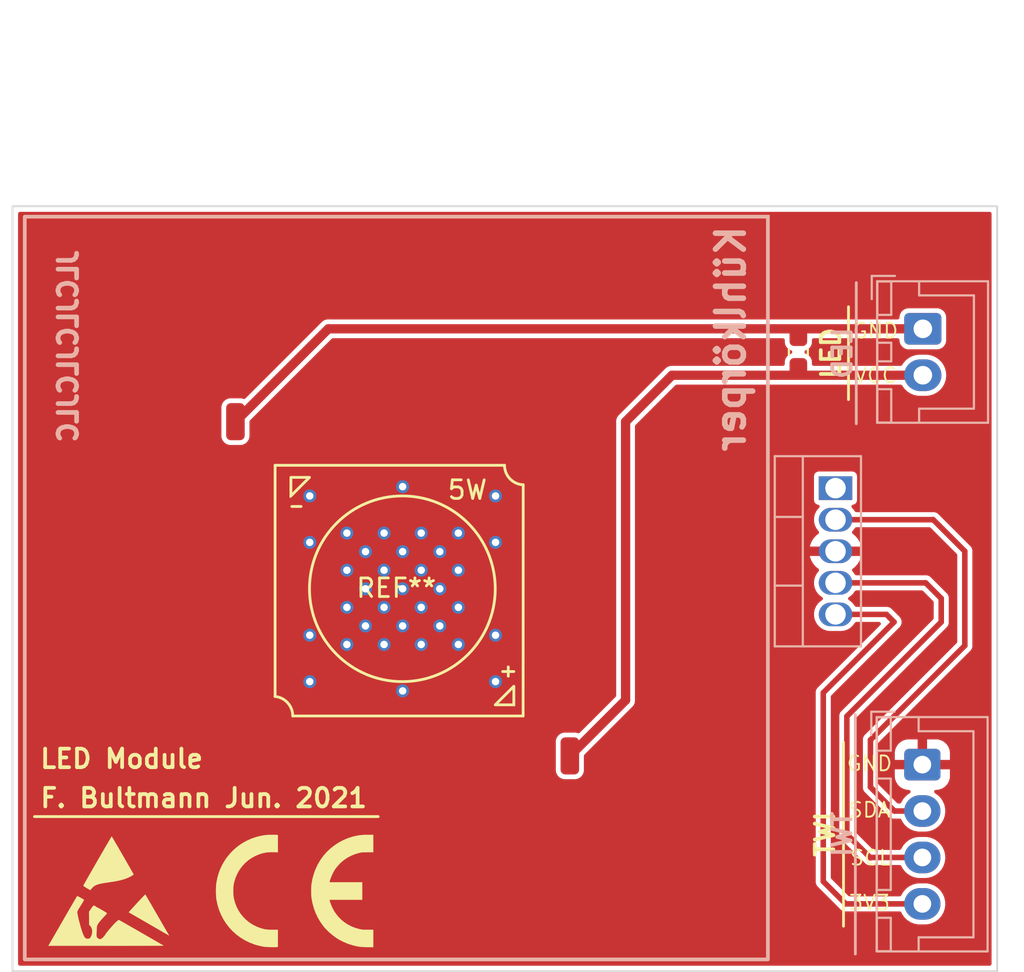
<source format=kicad_pcb>
(kicad_pcb (version 20210606) (generator pcbnew)
  (layers (0 "F.Cu" signal) (31 "B.Cu" signal) (34 "B.Paste" user) (35 "F.Paste" user) (36 "B.SilkS" user "B.Silkscreen") (37 "F.SilkS" user "F.Silkscreen") (38 "B.Mask" user) (39 "F.Mask" user) (44 "Edge.Cuts" user))
  (net 0 "")
  (net 1 "Net-(D1-Pad2)")
  (net 2 "Net-(D1-Pad1)")
  (net 3 "GND")
  (net 4 "Net-(J2-Pad2)")
  (net 5 "Net-(J2-Pad3)")
  (net 6 "3V3_MOD")
  (footprint "Capacitor_SMD:C_0603_1608Metric_Pad1.08x0.95mm_HandSolder" (layer "F.Cu") (at 166.3 83.25 90)
    (fp_text reference "REF**")
    (fp_text value "C_0603_1608Metric_Pad1.08x0.95mm_HandSolder")
    (fp_line (start -0.146267 -0.51) (end 0.146267 -0.51) (layer "F.SilkS") (width 0.12))
    (fp_line (start -0.146267 0.51) (end 0.146267 0.51) (layer "F.SilkS") (width 0.12))
    (pad "1" smd roundrect locked (at -0.8625 0 90) (size 1.075 0.95) (layers "F.Cu" "F.Paste" "F.Mask") (net 2 "Net-(D1-Pad1)"))
    (pad "2" smd roundrect locked (at 0.8625 0 90) (size 1.075 0.95) (layers "F.Cu" "F.Paste" "F.Mask") (net 1 "Net-(D1-Pad2)"))
  )
  (footprint "Connector_Wire:SolderWirePad_1x01_SMD_1x2mm" (layer "F.Cu") (at 154 105)
    (fp_text reference "REF**")
    (fp_text value "SolderWirePad_1x01_SMD_1x2mm")
    (pad "1" smd roundrect locked (at 0 0) (size 1 2) (layers "F.Cu" "F.Paste" "F.Mask") (net 2 "Net-(D1-Pad1)"))
  )
  (footprint "Symbol:CE-Logo_8.5x6mm_SilkScreen" (layer "F.Cu") (at 139.18419 112.268)
    (fp_text reference "REF**" hide)
    (fp_text value "CE-Logo_8.5x6mm_SilkScreen" hide)
    (fp_poly (pts (xy -1.060813 -3.015685) (xy -0.99633 -3.014025) (xy -0.949697 -3.011055) (xy -0.929349 -3.007912) (xy -0.899583 -2.999935) (xy -0.899583 -2.07947) (xy -1.109119 -2.086741) (xy -1.318953 -2.086477) (xy -1.513141 -2.069618) (xy -1.69758 -2.034925) (xy -1.878168 -1.981161) (xy -2.060803 -1.907089) (xy -2.136511 -1.871121) (xy -2.317062 -1.772023) (xy -2.479702 -1.660674) (xy -2.632099 -1.531592) (xy -2.691378 -1.474295) (xy -2.848015 -1.299139) (xy -2.983527 -1.10848) (xy -3.097234 -0.903606) (xy -3.188456 -0.685807) (xy -3.256515 -0.456371) (xy -3.276674 -0.363803) (xy -3.288823 -0.279756) (xy -3.296934 -0.176766) (xy -3.301015 -0.062035) (xy -3.301074 0.057234) (xy -3.297116 0.173837) (xy -3.289149 0.280571) (xy -3.277181 0.370233) (xy -3.275943 0.377031) (xy -3.220089 0.605759) (xy -3.140701 0.823965) (xy -3.039069 1.030177) (xy -2.916478 1.222928) (xy -2.774219 1.400748) (xy -2.613579 1.562168) (xy -2.435845 1.705719) (xy -2.242307 1.829931) (xy -2.034252 1.933336) (xy -1.850763 2.002535) (xy -1.747623 2.034118) (xy -1.652893 2.058129) (xy -1.56013 2.075463) (xy -1.462894 2.087016) (xy -1.354742 2.09368) (xy -1.229233 2.096352) (xy -1.174089 2.096504) (xy -0.899583 2.096186) (xy -0.899583 3.013164) (xy -0.929349 3.021141) (xy -0.954749 3.024138) (xy -1.001744 3.026203) (xy -1.06549 3.027382) (xy -1.141142 3.027723) (xy -1.223854 3.027274) (xy -1.308783 3.026083) (xy -1.391083 3.024197) (xy -1.465909 3.021663) (xy -1.528417 3.018531) (xy -1.573762 3.014847) (xy -1.574271 3.014789) (xy -1.687271 2.998341) (xy -1.814872 2.973706) (xy -1.947338 2.943083) (xy -2.074934 2.908667) (xy -2.156016 2.883536) (xy -2.420553 2.782498) (xy -2.671277 2.659513) (xy -2.907195 2.515777) (xy -3.12732 2.352487) (xy -3.33066 2.170838) (xy -3.516227 1.972026) (xy -3.68303 1.757247) (xy -3.830079 1.527698) (xy -3.956385 1.284573) (xy -4.060958 1.02907) (xy -4.142808 0.762383) (xy -4.200945 0.485709) (xy -4.214162 0.396875) (xy -4.222618 0.312107) (xy -4.228437 0.208118) (xy -4.231618 0.092009) (xy -4.232161 -0.029113) (xy -4.230066 -0.148146) (xy -4.225334 -0.257986) (xy -4.217963 -0.351528) (xy -4.214162 -0.383646) (xy -4.163241 -0.666294) (xy -4.087795 -0.939386) (xy -3.988081 -1.202286) (xy -3.864354 -1.454363) (xy -3.716872 -1.694983) (xy -3.638048 -1.805782) (xy -3.45977 -2.023277) (xy -3.263767 -2.221656) (xy -3.051402 -2.400118) (xy -2.824041 -2.557867) (xy -2.583047 -2.694103) (xy -2.329787 -2.808029) (xy -2.065623 -2.898847) (xy -1.791921 -2.965759) (xy -1.60112 -2.997187) (xy -1.548646 -3.00251) (xy -1.479782 -3.00707) (xy -1.399419 -3.010788) (xy -1.31245 -3.013587) (xy -1.223764 -3.015388) (xy -1.138255 -3.016113) (xy -1.060813 -3.015685)) (layer "F.SilkS") (width 0.01) (fill solid))
    (fp_poly (pts (xy 4.233335 -2.083594) (xy 3.938985 -2.083305) (xy 3.83701 -2.08288) (xy 3.756355 -2.081592) (xy 3.691888 -2.079086) (xy 3.638476 -2.075004) (xy 3.590988 -2.068992) (xy 3.544289 -2.060692) (xy 3.510389 -2.053564) (xy 3.280549 -1.990246) (xy 3.061232 -1.903988) (xy 2.854201 -1.795991) (xy 2.66122 -1.667456) (xy 2.484049 -1.519582) (xy 2.324453 -1.35357) (xy 2.184193 -1.170621) (xy 2.159554 -1.133551) (xy 2.107756 -1.046598) (xy 2.054855 -0.94518) (xy 2.003836 -0.836134) (xy 1.957682 -0.726298) (xy 1.919375 -0.622512) (xy 1.891898 -0.531612) (xy 1.885804 -0.506016) (xy 1.876439 -0.463021) (xy 3.638021 -0.463021) (xy 3.638021 0.47625) (xy 1.876439 0.47625) (xy 1.885804 0.519244) (xy 1.910864 0.610611) (xy 1.948352 0.716469) (xy 1.995185 0.829878) (xy 2.048282 0.943892) (xy 2.10456 1.051569) (xy 2.160936 1.145967) (xy 2.170392 1.160319) (xy 2.314134 1.351791) (xy 2.475333 1.52363) (xy 2.65299 1.675163) (xy 2.846109 1.805719) (xy 3.053691 1.914624) (xy 3.274738 2.001206) (xy 3.508255 2.064794) (xy 3.513956 2.066021) (xy 3.566538 2.076622) (xy 3.614958 2.084513) (xy 3.664609 2.090078) (xy 3.720881 2.093702) (xy 3.789168 2.095769) (xy 3.874859 2.096664) (xy 3.945599 2.096799) (xy 4.233333 2.096776) (xy 4.233333 3.029479) (xy 3.945599 3.027762) (xy 3.853624 3.026709) (xy 3.763891 3.024766) (xy 3.682158 3.022126) (xy 3.614179 3.018981) (xy 3.565711 3.015526) (xy 3.558646 3.014789) (xy 3.333237 2.978594) (xy 3.101386 2.921376) (xy 2.869425 2.845284) (xy 2.643685 2.752465) (xy 2.430499 2.645068) (xy 2.374697 2.613135) (xy 2.211156 2.507667) (xy 2.045214 2.383545) (xy 1.883427 2.246431) (xy 1.73235 2.101982) (xy 1.59854 1.955859) (xy 1.561993 1.911607) (xy 1.400673 1.690012) (xy 1.259348 1.452378) (xy 1.139025 1.201089) (xy 1.040711 0.938532) (xy 0.965412 0.667092) (xy 0.914135 0.389155) (xy 0.91159 0.370416) (xy 0.904641 0.298751) (xy 0.899708 0.208046) (xy 0.896792 0.104923) (xy 0.895895 -0.003991) (xy 0.897019 -0.112075) (xy 0.900166 -0.212702) (xy 0.905338 -0.299248) (xy 0.911383 -0.357188) (xy 0.963339 -0.642106) (xy 1.038569 -0.917646) (xy 1.136391 -1.182191) (xy 1.256121 -1.434123) (xy 1.397076 -1.671823) (xy 1.558573 -1.893675) (xy 1.561993 -1.897921) (xy 1.74228 -2.100879) (xy 1.941422 -2.287344) (xy 2.156973 -2.455786) (xy 2.386485 -2.604675) (xy 2.627509 -2.732483) (xy 2.8776 -2.837678) (xy 3.134309 -2.918733) (xy 3.234619 -2.943231) (xy 3.35853 -2.969062) (xy 3.4737 -2.988408) (xy 3.58752 -3.002019) (xy 3.707385 -3.010644) (xy 3.840687 -3.015032) (xy 3.952213 -3.015992) (xy 4.233333 -3.01625) (xy 4.233335 -2.083594)) (layer "F.SilkS") (width 0.01) (fill solid))
  )
  (footprint "Fred:Kuehlkoerper" (layer "F.Cu") (at 144.66 95.96)
    (fp_text reference "REF**" (at 0 0 unlocked) (layer "F.SilkS"))
    (fp_text value "Kuehlkoerper")
    (fp_text user "Kühlkörper" (at 18 -13.430999 90) (layer "B.SilkS") (effects (font (size 1.5 1.5) (thickness 0.3)) (justify mirror)))
    (fp_rect (start 20 -20) (end -20 20) (layer "B.SilkS") (width 0.2) (fill none))
  )
  (footprint "Symbol:ESD-Logo_6.6x6mm_SilkScreen" (layer "F.Cu") (at 129.18419 112.268)
    (fp_text reference "REF**" hide)
    (fp_text value "ESD-Logo_6.6x6mm_SilkScreen" hide)
    (fp_poly (pts (xy -1.677906 0.291158) (xy -1.645381 0.303736) (xy -1.595807 0.328712) (xy -1.524626 0.367876) (xy -1.519084 0.370988) (xy -1.453526 0.408476) (xy -1.398202 0.441319) (xy -1.358545 0.466205) (xy -1.339988 0.47982) (xy -1.339469 0.480487) (xy -1.343952 0.49939) (xy -1.364514 0.541605) (xy -1.399817 0.604832) (xy -1.44852 0.686772) (xy -1.509282 0.785122) (xy -1.580764 0.897585) (xy -1.598555 0.925165) (xy -1.644907 1.001699) (xy -1.678658 1.067556) (xy -1.696847 1.116782) (xy -1.698714 1.126507) (xy -1.697885 1.169312) (xy -1.688606 1.237209) (xy -1.672032 1.325843) (xy -1.64932 1.430859) (xy -1.621627 1.547902) (xy -1.59011 1.672616) (xy -1.555925 1.800645) (xy -1.520229 1.927634) (xy -1.484179 2.049228) (xy -1.448932 2.161072) (xy -1.415644 2.25881) (xy -1.385472 2.338087) (xy -1.364439 2.385122) (xy -1.339663 2.435225) (xy -1.31627 2.483168) (xy -1.315003 2.485793) (xy -1.276301 2.53422) (xy -1.219816 2.566828) (xy -1.154061 2.582454) (xy -1.087549 2.579937) (xy -1.028795 2.558114) (xy -0.995742 2.529382) (xy -0.948141 2.450583) (xy -0.913261 2.352378) (xy -0.894123 2.244779) (xy -0.891412 2.18378) (xy -0.90233 2.069935) (xy -0.934376 1.97566) (xy -0.989274 1.896379) (xy -1.006393 1.878733) (xy -1.057339 1.829235) (xy -1.060837 1.479362) (xy -1.064336 1.129489) (xy -0.975182 0.994531) (xy -0.933346 0.933445) (xy -0.893055 0.878493) (xy -0.860057 0.837336) (xy -0.845874 0.822192) (xy -0.805719 0.78481) (xy -0.751335 0.814098) (xy -0.716961 0.835084) (xy -0.698154 0.851378) (xy -0.696951 0.854307) (xy -0.684097 0.866728) (xy -0.662104 0.875977) (xy -0.64085 0.884313) (xy -0.608306 0.900149) (xy -0.561678 0.925033) (xy -0.498171 0.960509) (xy -0.414992 1.008123) (xy -0.309347 1.069422) (xy -0.251938 1.102932) (xy -0.184406 1.143071) (xy -0.140115 1.171659) (xy -0.115145 1.192039) (xy -0.105577 1.207553) (xy -0.107492 1.221546) (xy -0.109089 1.224796) (xy -0.124624 1.245266) (xy -0.157864 1.283665) (xy -0.204938 1.335696) (xy -0.261972 1.397066) (xy -0.3113 1.44909) (xy -0.42497 1.572567) (xy -0.513895 1.679591) (xy -0.578866 1.77124) (xy -0.620679 1.848588) (xy -0.634783 1.887866) (xy -0.640608 1.922249) (xy -0.646625 1.980899) (xy -0.652304 2.057117) (xy -0.657116 2.144202) (xy -0.659381 2.199268) (xy -0.662541 2.294464) (xy -0.663931 2.364062) (xy -0.663142 2.413409) (xy -0.659765 2.447854) (xy -0.653392 2.472743) (xy -0.643613 2.493425) (xy -0.635933 2.506053) (xy -0.591579 2.554726) (xy -0.534426 2.588645) (xy -0.474292 2.603438) (xy -0.429227 2.598086) (xy -0.388424 2.57493) (xy -0.337276 2.533462) (xy -0.282958 2.480912) (xy -0.232643 2.424516) (xy -0.193506 2.371505) (xy -0.179095 2.345889) (xy -0.157509 2.310814) (xy -0.118247 2.257389) (xy -0.064898 2.189789) (xy -0.001048 2.11219) (xy 0.069715 2.028768) (xy 0.143804 1.943698) (xy 0.217632 1.861155) (xy 0.287611 1.785316) (xy 0.350155 1.720356) (xy 0.39926 1.672669) (xy 0.453779 1.625032) (xy 0.499642 1.589908) (xy 0.531811 1.570949) (xy 0.542489 1.568864) (xy 0.558853 1.577274) (xy 0.599671 1.599846) (xy 0.662586 1.635224) (xy 0.745244 1.682054) (xy 0.845289 1.738981) (xy 0.960366 1.804649) (xy 1.088119 1.877703) (xy 1.226194 1.956788) (xy 1.372234 2.040548) (xy 1.523884 2.127629) (xy 1.67879 2.216676) (xy 1.834595 2.306332) (xy 1.988944 2.395243) (xy 2.139482 2.482054) (xy 2.283854 2.565409) (xy 2.419704 2.643954) (xy 2.544677 2.716333) (xy 2.656417 2.78119) (xy 2.75257 2.837171) (xy 2.830779 2.88292) (xy 2.888689 2.917083) (xy 2.923946 2.938304) (xy 2.934165 2.944963) (xy 2.920402 2.94628) (xy 2.877104 2.947559) (xy 2.805714 2.948796) (xy 2.707673 2.949983) (xy 2.584422 2.951115) (xy 2.437403 2.952186) (xy 2.268057 2.953189) (xy 2.077826 2.954119) (xy 1.868151 2.954968) (xy 1.640473 2.955732) (xy 1.396235 2.956403) (xy 1.136877 2.956976) (xy 0.863841 2.957444) (xy 0.578568 2.957802) (xy 0.2825 2.958042) (xy -0.022921 2.958159) (xy -0.151076 2.958171) (xy -3.25103 2.958171) (xy -3.029947 2.574847) (xy -2.983144 2.49368) (xy -2.922898 2.389166) (xy -2.851222 2.264801) (xy -2.770131 2.124082) (xy -2.681638 1.970503) (xy -2.58776 1.807562) (xy -2.490509 1.638754) (xy -2.3919 1.467575) (xy -2.293947 1.297521) (xy -2.269175 1.254512) (xy -2.178848 1.097857) (xy -2.092711 0.948803) (xy -2.012058 0.809568) (xy -1.938184 0.682371) (xy -1.872383 0.569432) (xy -1.81595 0.472968) (xy -1.770179 0.3952) (xy -1.736365 0.338346) (xy -1.715802 0.304625) (xy -1.710047 0.29604) (xy -1.697942 0.289189) (xy -1.677906 0.291158)) (layer "F.SilkS") (width 0.01) (fill solid))
    (fp_poly (pts (xy 0.164043 -2.914165) (xy 0.187065 -2.876755) (xy 0.222534 -2.817486) (xy 0.268996 -2.738882) (xy 0.324996 -2.643462) (xy 0.389081 -2.53375) (xy 0.459796 -2.412266) (xy 0.535687 -2.281532) (xy 0.615299 -2.14407) (xy 0.697178 -2.002402) (xy 0.77987 -1.859049) (xy 0.861921 -1.716533) (xy 0.941876 -1.577376) (xy 1.018281 -1.444099) (xy 1.089682 -1.319224) (xy 1.154624 -1.205273) (xy 1.211653 -1.104767) (xy 1.259315 -1.020228) (xy 1.296155 -0.954178) (xy 1.32072 -0.909138) (xy 1.331554 -0.88763) (xy 1.331951 -0.886286) (xy 1.318501 -0.868035) (xy 1.281114 -0.840118) (xy 1.224235 -0.805275) (xy 1.152312 -0.766246) (xy 1.077015 -0.729157) (xy 0.97456 -0.684183) (xy 0.866817 -0.643774) (xy 0.750073 -0.607031) (xy 0.620618 -0.573058) (xy 0.47474 -0.540956) (xy 0.308726 -0.509827) (xy 0.118866 -0.478773) (xy -0.077531 -0.449855) (xy -0.248166 -0.4242) (xy -0.391455 -0.398802) (xy -0.510992 -0.372398) (xy -0.61037 -0.343727) (xy -0.693182 -0.311527) (xy -0.763022 -0.274535) (xy -0.823482 -0.231488) (xy -0.878155 -0.181125) (xy -0.895786 -0.162417) (xy -0.934 -0.118861) (xy -0.962268 -0.083318) (xy -0.975382 -0.062417) (xy -0.975732 -0.060703) (xy -0.98032 -0.050194) (xy -0.996242 -0.050076) (xy -1.026734 -0.061746) (xy -1.075032 -0.086604) (xy -1.144373 -0.126048) (xy -1.192561 -0.154413) (xy -1.264417 -0.198753) (xy -1.320258 -0.236721) (xy -1.356333 -0.265584) (xy -1.368887 -0.282612) (xy -1.368879 -0.282736) (xy -1.361094 -0.298963) (xy -1.339108 -0.3396) (xy -1.304197 -0.402433) (xy -1.257637 -0.485248) (xy -1.200705 -0.585828) (xy -1.134677 -0.70196) (xy -1.060828 -0.831429) (xy -0.980436 -0.97202) (xy -0.894776 -1.121518) (xy -0.805124 -1.277708) (xy -0.712757 -1.438376) (xy -0.618951 -1.601307) (xy -0.524982 -1.764287) (xy -0.432126 -1.9251) (xy -0.34166 -2.081532) (xy -0.254859 -2.231367) (xy -0.173 -2.372392) (xy -0.097359 -2.502391) (xy -0.029213 -2.619151) (xy 0.030163 -2.720455) (xy 0.079493 -2.804089) (xy 0.1175 -2.867838) (xy 0.142907 -2.909489) (xy 0.15444 -2.926825) (xy 0.154923 -2.927195) (xy 0.164043 -2.914165)) (layer "F.SilkS") (width 0.01) (fill solid))
    (fp_poly (pts (xy 1.987528 0.234619) (xy 1.998908 0.253693) (xy 2.024488 0.297421) (xy 2.063002 0.363619) (xy 2.113186 0.450102) (xy 2.173775 0.554685) (xy 2.243503 0.675183) (xy 2.321107 0.809412) (xy 2.40532 0.955187) (xy 2.494879 1.110323) (xy 2.586998 1.27) (xy 2.681076 1.433117) (xy 2.771402 1.589709) (xy 2.856665 1.737506) (xy 2.935557 1.87424) (xy 3.006769 1.997642) (xy 3.068991 2.105444) (xy 3.120913 2.195377) (xy 3.161228 2.265173) (xy 3.188624 2.312564) (xy 3.201507 2.334786) (xy 3.222507 2.37233) (xy 3.233925 2.395831) (xy 3.234551 2.39992) (xy 3.220636 2.392242) (xy 3.181941 2.370203) (xy 3.120487 2.334971) (xy 3.038298 2.287711) (xy 2.937396 2.229589) (xy 2.819805 2.161771) (xy 2.687546 2.085424) (xy 2.542642 2.001714) (xy 2.387117 1.911806) (xy 2.222992 1.816867) (xy 2.160549 1.780732) (xy 1.993487 1.684083) (xy 1.834074 1.591938) (xy 1.684355 1.505475) (xy 1.546376 1.425871) (xy 1.422185 1.354305) (xy 1.313827 1.291955) (xy 1.223348 1.239998) (xy 1.152796 1.199613) (xy 1.104215 1.171978) (xy 1.079654 1.158272) (xy 1.077085 1.156974) (xy 1.084569 1.14522) (xy 1.110614 1.113795) (xy 1.152559 1.065594) (xy 1.207746 1.00351) (xy 1.273517 0.930439) (xy 1.347212 0.849276) (xy 1.426173 0.762916) (xy 1.50774 0.674253) (xy 1.589254 0.586182) (xy 1.668057 0.501599) (xy 1.74149 0.423397) (xy 1.806893 0.354472) (xy 1.861608 0.297719) (xy 1.902977 0.256032) (xy 1.917164 0.242363) (xy 1.96418 0.198201) (xy 1.987528 0.234619)) (layer "F.SilkS") (width 0.01) (fill solid))
  )
  (footprint "Fred:COB-LED" (layer "F.Cu") (at 144.81 95.85)
    (fp_text reference "REF**")
    (fp_text value "COB-LED")
    (fp_text user "5W" (at 3.675 -5.172) (layer "F.SilkS"))
    (fp_line (start 6.679391 -5.450991) (end 6.675 7) (layer "F.SilkS") (width 0.15))
    (fp_line (start -5.725 7) (end 6.675 7) (layer "F.SilkS") (width 0.15))
    (fp_line (start -6.675 -6.5) (end 5.675 -6.5) (layer "F.SilkS") (width 0.15))
    (fp_line (start -6.675 5.95) (end -6.675 -6.5) (layer "F.SilkS") (width 0.15))
    (fp_line (start -5.775 -4.283) (end -5.275 -4.283) (layer "F.SilkS") (width 0.15))
    (fp_line (start 5.875 4.357) (end 5.875 4.857) (layer "F.SilkS") (width 0.15))
    (fp_line (start 5.575 4.607) (end 6.175 4.607) (layer "F.SilkS") (width 0.15))
    (fp_arc (start -6.780264 7) (end -5.725 7) (angle -84.27514405) (layer "F.SilkS") (width 0.15))
    (fp_arc (start 6.725 -6.5) (end 5.675 -6.5) (angle -87.51044708) (layer "F.SilkS") (width 0.15))
    (fp_circle (center 0.175 0.15) (end 4.175 -2.85) (layer "F.SilkS") (width 0.15) (fill none))
    (fp_poly (pts (xy -5.825 -4.85) (xy -5.825 -5.85) (xy -4.825 -5.85)) (layer "F.SilkS") (width 0.15) (fill none))
    (fp_poly (pts (xy 6.175 6.4) (xy 5.175 6.4) (xy 6.175 5.4)) (layer "F.SilkS") (width 0.15) (fill none))
  )
  (footprint "Connector_Wire:SolderWirePad_1x01_SMD_1x2mm" (layer "F.Cu") (at 136 87)
    (fp_text reference "REF**")
    (fp_text value "SolderWirePad_1x01_SMD_1x2mm")
    (pad "1" smd roundrect locked (at 0 0) (size 1 2) (layers "F.Cu" "F.Paste" "F.Mask") (net 1 "Net-(D1-Pad2)"))
  )
  (footprint "Connector_JST:JST_XH_B4B-XH-A_1x04_P2.50mm_Vertical" (layer "B.Cu") (at 172.975 105.47 -90)
    (fp_text reference "J2")
    (fp_text value "I2C_Mod")
    (fp_line (start 9.3 -2.75) (end 3.75 -2.75) (layer "B.SilkS") (width 0.12))
    (fp_line (start -2.55 0.2) (end -1.8 0.2) (layer "B.SilkS") (width 0.12))
    (fp_line (start -1.8 0.2) (end -1.8 -2.75) (layer "B.SilkS") (width 0.12))
    (fp_line (start -2.56 2.46) (end -2.56 -3.51) (layer "B.SilkS") (width 0.12))
    (fp_line (start 10.06 2.46) (end -2.56 2.46) (layer "B.SilkS") (width 0.12))
    (fp_line (start 8.25 1.7) (end 10.05 1.7) (layer "B.SilkS") (width 0.12))
    (fp_line (start -0.75 1.7) (end -0.75 2.45) (layer "B.SilkS") (width 0.12))
    (fp_line (start -2.85 2.75) (end -2.85 1.5) (layer "B.SilkS") (width 0.12))
    (fp_line (start 6.75 2.45) (end 0.75 2.45) (layer "B.SilkS") (width 0.12))
    (fp_line (start 8.25 2.45) (end 8.25 1.7) (layer "B.SilkS") (width 0.12))
    (fp_line (start -0.75 2.45) (end -2.55 2.45) (layer "B.SilkS") (width 0.12))
    (fp_line (start 10.05 1.7) (end 10.05 2.45) (layer "B.SilkS") (width 0.12))
    (fp_line (start -2.56 -3.51) (end 10.06 -3.51) (layer "B.SilkS") (width 0.12))
    (fp_line (start -1.8 -2.75) (end 3.75 -2.75) (layer "B.SilkS") (width 0.12))
    (fp_line (start -1.6 2.75) (end -2.85 2.75) (layer "B.SilkS") (width 0.12))
    (fp_line (start 10.06 -3.51) (end 10.06 2.46) (layer "B.SilkS") (width 0.12))
    (fp_line (start -2.55 1.7) (end -0.75 1.7) (layer "B.SilkS") (width 0.12))
    (fp_line (start 0.75 1.7) (end 6.75 1.7) (layer "B.SilkS") (width 0.12))
    (fp_line (start 10.05 0.2) (end 9.3 0.2) (layer "B.SilkS") (width 0.12))
    (fp_line (start 6.75 1.7) (end 6.75 2.45) (layer "B.SilkS") (width 0.12))
    (fp_line (start 0.75 2.45) (end 0.75 1.7) (layer "B.SilkS") (width 0.12))
    (fp_line (start -2.55 2.45) (end -2.55 1.7) (layer "B.SilkS") (width 0.12))
    (fp_line (start 9.3 0.2) (end 9.3 -2.75) (layer "B.SilkS") (width 0.12))
    (fp_line (start 10.05 2.45) (end 8.25 2.45) (layer "B.SilkS") (width 0.12))
    (pad "1" thru_hole roundrect locked (at 0 0 270) (size 1.7 1.95) (drill 0.95) (layers *.Cu *.Mask) (roundrect_rratio 0.1470588235) (net 3 "GND"))
    (pad "2" thru_hole oval locked (at 2.5 0 270) (size 1.7 1.95) (drill 0.95) (layers *.Cu *.Mask) (net 4 "Net-(J2-Pad2)"))
    (pad "3" thru_hole oval locked (at 5 0 270) (size 1.7 1.95) (drill 0.95) (layers *.Cu *.Mask) (net 5 "Net-(J2-Pad3)"))
    (pad "4" thru_hole oval locked (at 7.5 0 270) (size 1.7 1.95) (drill 0.95) (layers *.Cu *.Mask) (net 6 "3V3_MOD"))
  )
  (footprint "Connector_JST:JST_XH_B2B-XH-A_1x02_P2.50mm_Vertical" (layer "B.Cu") (at 173 82 -90)
    (fp_text reference "J1")
    (fp_text value "LED_Mod")
    (fp_line (start -1.8 0.2) (end -1.8 -2.75) (layer "B.SilkS") (width 0.12))
    (fp_line (start -0.75 2.45) (end -2.55 2.45) (layer "B.SilkS") (width 0.12))
    (fp_line (start -1.8 -2.75) (end 1.25 -2.75) (layer "B.SilkS") (width 0.12))
    (fp_line (start 3.25 2.45) (end 3.25 1.7) (layer "B.SilkS") (width 0.12))
    (fp_line (start 4.3 -2.75) (end 1.25 -2.75) (layer "B.SilkS") (width 0.12))
    (fp_line (start 5.05 0.2) (end 4.3 0.2) (layer "B.SilkS") (width 0.12))
    (fp_line (start 5.05 1.7) (end 5.05 2.45) (layer "B.SilkS") (width 0.12))
    (fp_line (start 5.06 -3.51) (end 5.06 2.46) (layer "B.SilkS") (width 0.12))
    (fp_line (start -2.85 2.75) (end -2.85 1.5) (layer "B.SilkS") (width 0.12))
    (fp_line (start -0.75 1.7) (end -0.75 2.45) (layer "B.SilkS") (width 0.12))
    (fp_line (start -1.6 2.75) (end -2.85 2.75) (layer "B.SilkS") (width 0.12))
    (fp_line (start 0.75 1.7) (end 1.75 1.7) (layer "B.SilkS") (width 0.12))
    (fp_line (start 1.75 2.45) (end 0.75 2.45) (layer "B.SilkS") (width 0.12))
    (fp_line (start 5.05 2.45) (end 3.25 2.45) (layer "B.SilkS") (width 0.12))
    (fp_line (start 3.25 1.7) (end 5.05 1.7) (layer "B.SilkS") (width 0.12))
    (fp_line (start 1.75 1.7) (end 1.75 2.45) (layer "B.SilkS") (width 0.12))
    (fp_line (start -2.55 0.2) (end -1.8 0.2) (layer "B.SilkS") (width 0.12))
    (fp_line (start 0.75 2.45) (end 0.75 1.7) (layer "B.SilkS") (width 0.12))
    (fp_line (start -2.55 1.7) (end -0.75 1.7) (layer "B.SilkS") (width 0.12))
    (fp_line (start -2.55 2.45) (end -2.55 1.7) (layer "B.SilkS") (width 0.12))
    (fp_line (start -2.56 2.46) (end -2.56 -3.51) (layer "B.SilkS") (width 0.12))
    (fp_line (start 5.06 2.46) (end -2.56 2.46) (layer "B.SilkS") (width 0.12))
    (fp_line (start -2.56 -3.51) (end 5.06 -3.51) (layer "B.SilkS") (width 0.12))
    (fp_line (start 4.3 0.2) (end 4.3 -2.75) (layer "B.SilkS") (width 0.12))
    (pad "1" thru_hole roundrect locked (at 0 0 270) (size 1.7 2) (drill 1) (layers *.Cu *.Mask) (roundrect_rratio 0.1470588235) (net 1 "Net-(D1-Pad2)"))
    (pad "2" thru_hole oval locked (at 2.5 0 270) (size 1.7 2) (drill 1) (layers *.Cu *.Mask) (net 2 "Net-(D1-Pad1)"))
  )
  (footprint "Package_TO_SOT_THT:TO-220-5_Vertical" (layer "B.Cu") (at 168.3 90.58 -90)
    (fp_text reference "U1")
    (fp_text value "TC74A0-3.3VAT")
    (fp_line (start -1.721 3.27) (end 8.52 3.27) (layer "B.SilkS") (width 0.12))
    (fp_line (start 8.52 3.27) (end 8.52 -1.371) (layer "B.SilkS") (width 0.12))
    (fp_line (start -1.721 -1.371) (end 8.52 -1.371) (layer "B.SilkS") (width 0.12))
    (fp_line (start -1.721 3.27) (end -1.721 -1.371) (layer "B.SilkS") (width 0.12))
    (fp_line (start 1.55 3.27) (end 1.55 1.76) (layer "B.SilkS") (width 0.12))
    (fp_line (start 5.25 3.27) (end 5.25 1.76) (layer "B.SilkS") (width 0.12))
    (fp_line (start -1.721 1.76) (end 8.52 1.76) (layer "B.SilkS") (width 0.12))
    (pad "1" thru_hole rect locked (at 0 0 270) (size 1.275 1.8) (drill 1.1) (layers *.Cu *.Mask))
    (pad "2" thru_hole oval locked (at 1.7 0 270) (size 1.275 1.8) (drill 1.1) (layers *.Cu *.Mask) (net 4 "Net-(J2-Pad2)"))
    (pad "3" thru_hole oval locked (at 3.4 0 270) (size 1.275 1.8) (drill 1.1) (layers *.Cu *.Mask) (net 3 "GND"))
    (pad "4" thru_hole oval locked (at 5.1 0 270) (size 1.275 1.8) (drill 1.1) (layers *.Cu *.Mask) (net 5 "Net-(J2-Pad3)"))
    (pad "5" thru_hole oval locked (at 6.8 0 270) (size 1.275 1.8) (drill 1.1) (layers *.Cu *.Mask) (net 6 "3V3_MOD"))
  )
  (gr_line (start 169.367952 115.67) (end 169.367952 102.77) (layer "B.SilkS") (width 0.15))
  (gr_line (start 169.418 87.112) (end 169.418 79.512) (layer "B.SilkS") (width 0.15))
  (gr_line (start 168.997952 85.812) (end 168.997952 80.812) (layer "F.SilkS") (width 0.15))
  (gr_line (start 125.18419 108.268) (end 143.68419 108.268) (layer "F.SilkS") (width 0.15))
  (gr_line (start 168.729952 114.17) (end 168.729952 104.27) (layer "F.SilkS") (width 0.15))
  (gr_rect (start 177 116.6) (end 124 75.4) (layer "Edge.Cuts") (width 0.1) (fill none))
  (gr_text "LED" (at 168.668 83.312 90) (layer "B.SilkS") (effects (font (size 1 1) (thickness 0.2)) (justify mirror)))
  (gr_text "JLCJLCJLCJLC" (at 127 82.931 90) (layer "B.SilkS") (effects (font (size 1 1) (thickness 0.25)) (justify mirror)))
  (gr_text "TWI" (at 168.656 109.22 90) (layer "B.SilkS") (effects (font (size 1 1) (thickness 0.2)) (justify mirror)))
  (gr_text "SCL" (at 170.18 110.49) (layer "F.SilkS") (effects (font (size 0.8 0.8) (thickness 0.1))))
  (gr_text "GND" (at 170.129952 105.41) (layer "F.SilkS") (effects (font (size 0.8 0.8) (thickness 0.1))))
  (gr_text "VCC" (at 170.452952 84.512) (layer "F.SilkS") (effects (font (size 0.8 0.8) (thickness 0.1))))
  (gr_text "LED Module" (at 134.366 105.156) (layer "F.SilkS") (effects (font (size 1 1) (thickness 0.2)) (justify right)))
  (gr_text "TWI" (at 167.729952 109.22 90) (layer "F.SilkS") (effects (font (size 1 1) (thickness 0.2))))
  (gr_text "F. Bultmann Jun. 2021" (at 143.18419 107.268) (layer "F.SilkS") (effects (font (size 1 1) (thickness 0.2)) (justify right)))
  (gr_text "GND" (at 170.452952 82.112) (layer "F.SilkS") (effects (font (size 0.8 0.8) (thickness 0.1))))
  (gr_text "LED" (at 168.052952 83.312 90) (layer "F.SilkS") (effects (font (size 1 1) (thickness 0.2))))
  (gr_text "SDA" (at 170.129952 107.91) (layer "F.SilkS") (effects (font (size 0.8 0.8) (thickness 0.1))))
  (gr_text "3V3" (at 170.129952 112.91) (layer "F.SilkS") (effects (font (size 0.8 0.8) (thickness 0.1))))
  (segment (start 141 82) (end 173 82) (width 0.5) (layer "F.Cu") (net 1))
  (segment (start 141 82) (end 136 87) (width 0.5) (layer "F.Cu") (net 1))
  (segment (start 173 84.5) (end 159.5 84.5) (width 0.5) (layer "F.Cu") (net 2))
  (segment (start 157 102) (end 154 105) (width 0.5) (layer "F.Cu") (net 2))
  (segment (start 159.5 84.5) (end 157 87) (width 0.5) (layer "F.Cu") (net 2))
  (segment (start 157 87) (end 157 102) (width 0.5) (layer "F.Cu") (net 2))
  (via (at 143 96) (size 0.7) (drill 0.4) (layers "F.Cu" "B.Cu") (net 3))
  (via (at 142 95) (size 0.7) (drill 0.4) (layers "F.Cu" "B.Cu") (net 3))
  (via (at 145 98) (size 0.7) (drill 0.4) (layers "F.Cu" "B.Cu") (net 3))
  (via (at 145 90.5) (size 0.7) (drill 0.4) (layers "F.Cu" "B.Cu") (net 3))
  (via (at 148 97) (size 0.7) (drill 0.4) (layers "F.Cu" "B.Cu") (net 3))
  (via (at 150 91) (size 0.7) (drill 0.4) (layers "F.Cu" "B.Cu") (net 3))
  (via (at 145 94) (size 0.7) (drill 0.4) (layers "F.Cu" "B.Cu") (net 3))
  (via (at 140 98.5) (size 0.7) (drill 0.4) (layers "F.Cu" "B.Cu") (net 3))
  (via (at 140 101) (size 0.7) (drill 0.4) (layers "F.Cu" "B.Cu") (net 3))
  (via (at 145 101.5) (size 0.7) (drill 0.4) (layers "F.Cu" "B.Cu") (net 3))
  (via (at 148 95) (size 0.7) (drill 0.4) (layers "F.Cu" "B.Cu") (net 3))
  (via (at 150 98.5) (size 0.7) (drill 0.4) (layers "F.Cu" "B.Cu") (net 3))
  (via (at 150 101) (size 0.7) (drill 0.4) (layers "F.Cu" "B.Cu") (net 3))
  (via (at 143 98) (size 0.7) (drill 0.4) (layers "F.Cu" "B.Cu") (net 3))
  (via (at 144 97) (size 0.7) (drill 0.4) (layers "F.Cu" "B.Cu") (net 3))
  (via (at 147 98) (size 0.7) (drill 0.4) (layers "F.Cu" "B.Cu") (net 3))
  (via (at 142 93) (size 0.7) (drill 0.4) (layers "F.Cu" "B.Cu") (net 3))
  (via (at 146 93) (size 0.7) (drill 0.4) (layers "F.Cu" "B.Cu") (net 3))
  (via (at 146 99) (size 0.7) (drill 0.4) (layers "F.Cu" "B.Cu") (net 3))
  (via (at 140 93.5) (size 0.7) (drill 0.4) (layers "F.Cu" "B.Cu") (net 3))
  (via (at 144 99) (size 0.7) (drill 0.4) (layers "F.Cu" "B.Cu") (net 3))
  (via (at 143 94) (size 0.7) (drill 0.4) (layers "F.Cu" "B.Cu") (net 3))
  (via (at 142 97) (size 0.7) (drill 0.4) (layers "F.Cu" "B.Cu") (net 3))
  (via (at 145 96) (size 0.7) (drill 0.4) (layers "F.Cu" "B.Cu") (net 3))
  (via (at 147 96) (size 0.7) (drill 0.4) (layers "F.Cu" "B.Cu") (net 3))
  (via (at 140 91) (size 0.7) (drill 0.4) (layers "F.Cu" "B.Cu") (net 3))
  (via (at 144 93) (size 0.7) (drill 0.4) (layers "F.Cu" "B.Cu") (net 3))
  (via (at 146 97) (size 0.7) (drill 0.4) (layers "F.Cu" "B.Cu") (net 3))
  (via (at 148 93) (size 0.7) (drill 0.4) (layers "F.Cu" "B.Cu") (net 3))
  (via (at 144 95) (size 0.7) (drill 0.4) (layers "F.Cu" "B.Cu") (net 3))
  (via (at 142 99) (size 0.7) (drill 0.4) (layers "F.Cu" "B.Cu") (net 3))
  (via (at 146 95) (size 0.7) (drill 0.4) (layers "F.Cu" "B.Cu") (net 3))
  (via (at 148 99) (size 0.7) (drill 0.4) (layers "F.Cu" "B.Cu") (net 3))
  (via (at 147 94) (size 0.7) (drill 0.4) (layers "F.Cu" "B.Cu") (net 3))
  (via (at 150 93.5) (size 0.7) (drill 0.4) (layers "F.Cu" "B.Cu") (net 3))
  (segment (start 170.18 106.68) (end 170.18 104.14) (width 0.3) (layer "F.Cu") (net 4))
  (segment (start 172.975 107.97) (end 171.47 107.97) (width 0.3) (layer "F.Cu") (net 4))
  (segment (start 175.26 93.98) (end 173.56 92.28) (width 0.3) (layer "F.Cu") (net 4))
  (segment (start 171.47 107.97) (end 170.18 106.68) (width 0.3) (layer "F.Cu") (net 4))
  (segment (start 170.18 104.14) (end 175.26 99.06) (width 0.3) (layer "F.Cu") (net 4))
  (segment (start 175.26 99.06) (end 175.26 93.98) (width 0.3) (layer "F.Cu") (net 4))
  (segment (start 173.56 92.28) (end 168.3 92.28) (width 0.3) (layer "F.Cu") (net 4))
  (segment (start 173.99 97.79) (end 173.99 96.52) (width 0.3) (layer "F.Cu") (net 5))
  (segment (start 170.18 110.49) (end 168.91 109.22) (width 0.3) (layer "F.Cu") (net 5))
  (segment (start 173.99 96.52) (end 173.15 95.68) (width 0.3) (layer "F.Cu") (net 5))
  (segment (start 170.2 110.47) (end 170.18 110.49) (width 0.3) (layer "F.Cu") (net 5))
  (segment (start 173.15 95.68) (end 168.3 95.68) (width 0.3) (layer "F.Cu") (net 5))
  (segment (start 172.975 110.47) (end 170.2 110.47) (width 0.3) (layer "F.Cu") (net 5))
  (segment (start 168.91 109.22) (end 168.91 102.87) (width 0.3) (layer "F.Cu") (net 5))
  (segment (start 168.91 102.87) (end 173.99 97.79) (width 0.3) (layer "F.Cu") (net 5))
  (segment (start 172.975 113.35) (end 172.35 113.35) (width 0.3) (layer "F.Cu") (net 6))
  (segment (start 167.64 101.6) (end 171.45 97.79) (width 0.3) (layer "F.Cu") (net 6))
  (segment (start 172.975 112.97) (end 168.85 112.97) (width 0.3) (layer "F.Cu") (net 6))
  (segment (start 167.64 111.76) (end 167.64 101.6) (width 0.3) (layer "F.Cu") (net 6))
  (segment (start 168.85 112.97) (end 167.64 111.76) (width 0.3) (layer "F.Cu") (net 6))
  (segment (start 171.45 97.79) (end 171.04 97.38) (width 0.3) (layer "F.Cu") (net 6))
  (segment (start 171.04 97.38) (end 168.3 97.38) (width 0.3) (layer "F.Cu") (net 6))
  (zone (net 3) (net_name "GND") (layer "F.Cu") (connect_pads (clearance 0.13)) (min_thickness 0.2) (fill yes (thermal_gap 0.508) (thermal_bridge_width 0.508))
    (polygon (pts (xy 177 116.6) (xy 124 116.6) (xy 124 75.4) (xy 177 75.4)))
  )
)
</source>
